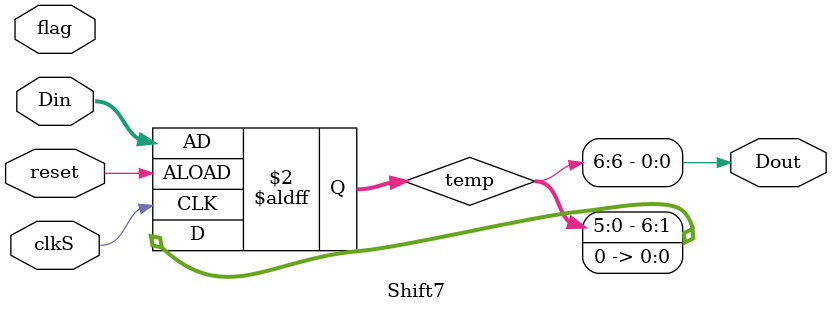
<source format=v>
module Shift7 (input clkS, input reset, input flag, input [6:0] Din, output Dout);

reg [6:0] temp;

always @(posedge clkS, posedge reset)
begin
	if(reset)
		temp<=Din;
	else
		temp<={temp[5:0],1'b0};
end

assign Dout=temp[6];
endmodule

</source>
